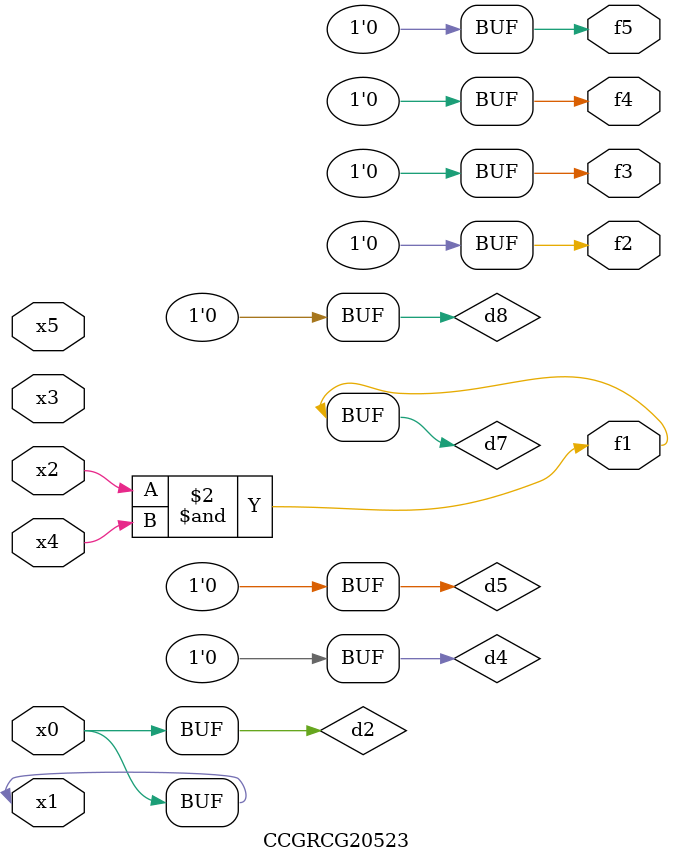
<source format=v>
module CCGRCG20523(
	input x0, x1, x2, x3, x4, x5,
	output f1, f2, f3, f4, f5
);

	wire d1, d2, d3, d4, d5, d6, d7, d8, d9;

	nand (d1, x1);
	buf (d2, x0, x1);
	nand (d3, x2, x4);
	and (d4, d1, d2);
	and (d5, d1, d2);
	nand (d6, d1, d3);
	not (d7, d3);
	xor (d8, d5);
	nor (d9, d5, d6);
	assign f1 = d7;
	assign f2 = d8;
	assign f3 = d8;
	assign f4 = d8;
	assign f5 = d8;
endmodule

</source>
